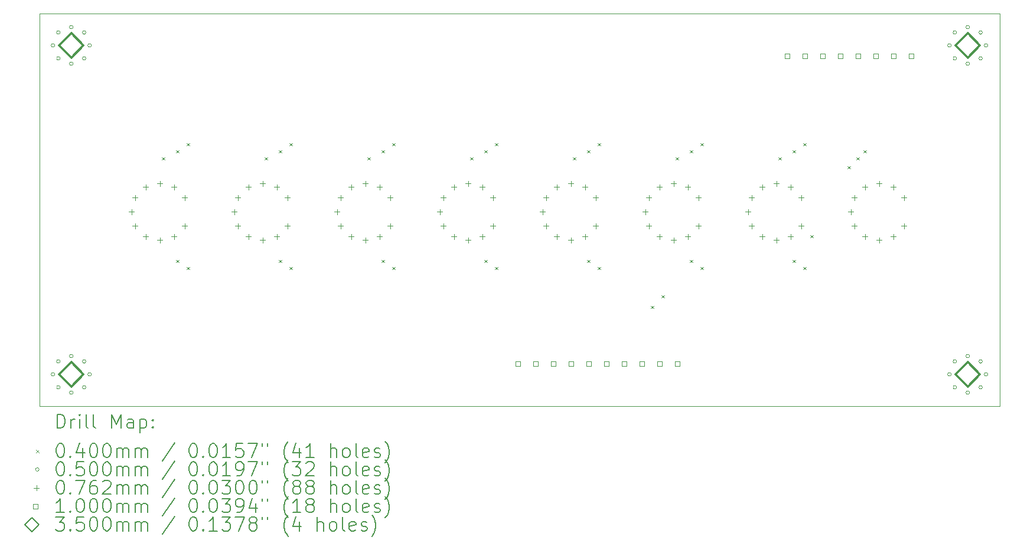
<source format=gbr>
%FSLAX45Y45*%
G04 Gerber Fmt 4.5, Leading zero omitted, Abs format (unit mm)*
G04 Created by KiCad (PCBNEW (6.0.2)) date 2022-06-24 18:37:44*
%MOMM*%
%LPD*%
G01*
G04 APERTURE LIST*
%TA.AperFunction,Profile*%
%ADD10C,0.100000*%
%TD*%
%ADD11C,0.200000*%
%ADD12C,0.040000*%
%ADD13C,0.050000*%
%ADD14C,0.076200*%
%ADD15C,0.100000*%
%ADD16C,0.350000*%
G04 APERTURE END LIST*
D10*
X6350000Y-8026400D02*
X20116800Y-8026400D01*
X20116800Y-8026400D02*
X20116800Y-13665200D01*
X20116800Y-13665200D02*
X6350000Y-13665200D01*
X6350000Y-13665200D02*
X6350000Y-8026400D01*
D11*
D12*
X8108000Y-10089200D02*
X8148000Y-10129200D01*
X8148000Y-10089200D02*
X8108000Y-10129200D01*
X8311200Y-9987600D02*
X8351200Y-10027600D01*
X8351200Y-9987600D02*
X8311200Y-10027600D01*
X8311200Y-11562400D02*
X8351200Y-11602400D01*
X8351200Y-11562400D02*
X8311200Y-11602400D01*
X8463600Y-9886000D02*
X8503600Y-9926000D01*
X8503600Y-9886000D02*
X8463600Y-9926000D01*
X8463600Y-11664000D02*
X8503600Y-11704000D01*
X8503600Y-11664000D02*
X8463600Y-11704000D01*
X9581200Y-10089200D02*
X9621200Y-10129200D01*
X9621200Y-10089200D02*
X9581200Y-10129200D01*
X9784400Y-9987600D02*
X9824400Y-10027600D01*
X9824400Y-9987600D02*
X9784400Y-10027600D01*
X9784400Y-11562400D02*
X9824400Y-11602400D01*
X9824400Y-11562400D02*
X9784400Y-11602400D01*
X9936800Y-9886000D02*
X9976800Y-9926000D01*
X9976800Y-9886000D02*
X9936800Y-9926000D01*
X9936800Y-11664000D02*
X9976800Y-11704000D01*
X9976800Y-11664000D02*
X9936800Y-11704000D01*
X11054400Y-10089200D02*
X11094400Y-10129200D01*
X11094400Y-10089200D02*
X11054400Y-10129200D01*
X11257600Y-9987600D02*
X11297600Y-10027600D01*
X11297600Y-9987600D02*
X11257600Y-10027600D01*
X11257600Y-11562400D02*
X11297600Y-11602400D01*
X11297600Y-11562400D02*
X11257600Y-11602400D01*
X11410000Y-9886000D02*
X11450000Y-9926000D01*
X11450000Y-9886000D02*
X11410000Y-9926000D01*
X11410000Y-11664000D02*
X11450000Y-11704000D01*
X11450000Y-11664000D02*
X11410000Y-11704000D01*
X12527600Y-10089200D02*
X12567600Y-10129200D01*
X12567600Y-10089200D02*
X12527600Y-10129200D01*
X12730800Y-9987600D02*
X12770800Y-10027600D01*
X12770800Y-9987600D02*
X12730800Y-10027600D01*
X12730800Y-11562400D02*
X12770800Y-11602400D01*
X12770800Y-11562400D02*
X12730800Y-11602400D01*
X12883200Y-9886000D02*
X12923200Y-9926000D01*
X12923200Y-9886000D02*
X12883200Y-9926000D01*
X12883200Y-11664000D02*
X12923200Y-11704000D01*
X12923200Y-11664000D02*
X12883200Y-11704000D01*
X14000800Y-10089200D02*
X14040800Y-10129200D01*
X14040800Y-10089200D02*
X14000800Y-10129200D01*
X14204000Y-9987600D02*
X14244000Y-10027600D01*
X14244000Y-9987600D02*
X14204000Y-10027600D01*
X14204000Y-11562400D02*
X14244000Y-11602400D01*
X14244000Y-11562400D02*
X14204000Y-11602400D01*
X14356400Y-9886000D02*
X14396400Y-9926000D01*
X14396400Y-9886000D02*
X14356400Y-9926000D01*
X14356400Y-11664000D02*
X14396400Y-11704000D01*
X14396400Y-11664000D02*
X14356400Y-11704000D01*
X15118400Y-12222800D02*
X15158400Y-12262800D01*
X15158400Y-12222800D02*
X15118400Y-12262800D01*
X15270800Y-12070400D02*
X15310800Y-12110400D01*
X15310800Y-12070400D02*
X15270800Y-12110400D01*
X15474000Y-10089200D02*
X15514000Y-10129200D01*
X15514000Y-10089200D02*
X15474000Y-10129200D01*
X15677200Y-9987600D02*
X15717200Y-10027600D01*
X15717200Y-9987600D02*
X15677200Y-10027600D01*
X15677200Y-11562400D02*
X15717200Y-11602400D01*
X15717200Y-11562400D02*
X15677200Y-11602400D01*
X15829600Y-9886000D02*
X15869600Y-9926000D01*
X15869600Y-9886000D02*
X15829600Y-9926000D01*
X15829600Y-11664000D02*
X15869600Y-11704000D01*
X15869600Y-11664000D02*
X15829600Y-11704000D01*
X16947200Y-10089200D02*
X16987200Y-10129200D01*
X16987200Y-10089200D02*
X16947200Y-10129200D01*
X17150400Y-9987600D02*
X17190400Y-10027600D01*
X17190400Y-9987600D02*
X17150400Y-10027600D01*
X17150400Y-11562400D02*
X17190400Y-11602400D01*
X17190400Y-11562400D02*
X17150400Y-11602400D01*
X17302800Y-9886000D02*
X17342800Y-9926000D01*
X17342800Y-9886000D02*
X17302800Y-9926000D01*
X17302800Y-11664000D02*
X17342800Y-11704000D01*
X17342800Y-11664000D02*
X17302800Y-11704000D01*
X17404400Y-11206800D02*
X17444400Y-11246800D01*
X17444400Y-11206800D02*
X17404400Y-11246800D01*
X17937800Y-10216200D02*
X17977800Y-10256200D01*
X17977800Y-10216200D02*
X17937800Y-10256200D01*
X18064800Y-10089200D02*
X18104800Y-10129200D01*
X18104800Y-10089200D02*
X18064800Y-10129200D01*
X18166400Y-9987600D02*
X18206400Y-10027600D01*
X18206400Y-9987600D02*
X18166400Y-10027600D01*
D13*
X6569700Y-8483600D02*
G75*
G03*
X6569700Y-8483600I-25000J0D01*
G01*
X6569700Y-13208000D02*
G75*
G03*
X6569700Y-13208000I-25000J0D01*
G01*
X6646584Y-8297984D02*
G75*
G03*
X6646584Y-8297984I-25000J0D01*
G01*
X6646584Y-8669216D02*
G75*
G03*
X6646584Y-8669216I-25000J0D01*
G01*
X6646584Y-13022384D02*
G75*
G03*
X6646584Y-13022384I-25000J0D01*
G01*
X6646584Y-13393615D02*
G75*
G03*
X6646584Y-13393615I-25000J0D01*
G01*
X6832200Y-8221100D02*
G75*
G03*
X6832200Y-8221100I-25000J0D01*
G01*
X6832200Y-8746100D02*
G75*
G03*
X6832200Y-8746100I-25000J0D01*
G01*
X6832200Y-12945500D02*
G75*
G03*
X6832200Y-12945500I-25000J0D01*
G01*
X6832200Y-13470500D02*
G75*
G03*
X6832200Y-13470500I-25000J0D01*
G01*
X7017815Y-8297984D02*
G75*
G03*
X7017815Y-8297984I-25000J0D01*
G01*
X7017815Y-8669216D02*
G75*
G03*
X7017815Y-8669216I-25000J0D01*
G01*
X7017815Y-13022384D02*
G75*
G03*
X7017815Y-13022384I-25000J0D01*
G01*
X7017815Y-13393615D02*
G75*
G03*
X7017815Y-13393615I-25000J0D01*
G01*
X7094700Y-8483600D02*
G75*
G03*
X7094700Y-8483600I-25000J0D01*
G01*
X7094700Y-13208000D02*
G75*
G03*
X7094700Y-13208000I-25000J0D01*
G01*
X19422100Y-8483600D02*
G75*
G03*
X19422100Y-8483600I-25000J0D01*
G01*
X19422100Y-13208000D02*
G75*
G03*
X19422100Y-13208000I-25000J0D01*
G01*
X19498985Y-8297984D02*
G75*
G03*
X19498985Y-8297984I-25000J0D01*
G01*
X19498985Y-8669216D02*
G75*
G03*
X19498985Y-8669216I-25000J0D01*
G01*
X19498985Y-13022384D02*
G75*
G03*
X19498985Y-13022384I-25000J0D01*
G01*
X19498985Y-13393615D02*
G75*
G03*
X19498985Y-13393615I-25000J0D01*
G01*
X19684600Y-8221100D02*
G75*
G03*
X19684600Y-8221100I-25000J0D01*
G01*
X19684600Y-8746100D02*
G75*
G03*
X19684600Y-8746100I-25000J0D01*
G01*
X19684600Y-12945500D02*
G75*
G03*
X19684600Y-12945500I-25000J0D01*
G01*
X19684600Y-13470500D02*
G75*
G03*
X19684600Y-13470500I-25000J0D01*
G01*
X19870216Y-8297984D02*
G75*
G03*
X19870216Y-8297984I-25000J0D01*
G01*
X19870216Y-8669216D02*
G75*
G03*
X19870216Y-8669216I-25000J0D01*
G01*
X19870216Y-13022384D02*
G75*
G03*
X19870216Y-13022384I-25000J0D01*
G01*
X19870216Y-13393615D02*
G75*
G03*
X19870216Y-13393615I-25000J0D01*
G01*
X19947100Y-8483600D02*
G75*
G03*
X19947100Y-8483600I-25000J0D01*
G01*
X19947100Y-13208000D02*
G75*
G03*
X19947100Y-13208000I-25000J0D01*
G01*
D14*
X7670800Y-10833100D02*
X7670800Y-10909300D01*
X7632700Y-10871200D02*
X7708900Y-10871200D01*
X7721600Y-10629900D02*
X7721600Y-10706100D01*
X7683500Y-10668000D02*
X7759700Y-10668000D01*
X7721600Y-11036300D02*
X7721600Y-11112500D01*
X7683500Y-11074400D02*
X7759700Y-11074400D01*
X7874000Y-10477500D02*
X7874000Y-10553700D01*
X7835900Y-10515600D02*
X7912100Y-10515600D01*
X7874000Y-11188700D02*
X7874000Y-11264900D01*
X7835900Y-11226800D02*
X7912100Y-11226800D01*
X8077200Y-10426700D02*
X8077200Y-10502900D01*
X8039100Y-10464800D02*
X8115300Y-10464800D01*
X8077200Y-11239500D02*
X8077200Y-11315700D01*
X8039100Y-11277600D02*
X8115300Y-11277600D01*
X8280400Y-10477500D02*
X8280400Y-10553700D01*
X8242300Y-10515600D02*
X8318500Y-10515600D01*
X8280400Y-11188700D02*
X8280400Y-11264900D01*
X8242300Y-11226800D02*
X8318500Y-11226800D01*
X8432800Y-10629900D02*
X8432800Y-10706100D01*
X8394700Y-10668000D02*
X8470900Y-10668000D01*
X8432800Y-11036300D02*
X8432800Y-11112500D01*
X8394700Y-11074400D02*
X8470900Y-11074400D01*
X9144000Y-10833100D02*
X9144000Y-10909300D01*
X9105900Y-10871200D02*
X9182100Y-10871200D01*
X9194800Y-10629900D02*
X9194800Y-10706100D01*
X9156700Y-10668000D02*
X9232900Y-10668000D01*
X9194800Y-11036300D02*
X9194800Y-11112500D01*
X9156700Y-11074400D02*
X9232900Y-11074400D01*
X9347200Y-10477500D02*
X9347200Y-10553700D01*
X9309100Y-10515600D02*
X9385300Y-10515600D01*
X9347200Y-11188700D02*
X9347200Y-11264900D01*
X9309100Y-11226800D02*
X9385300Y-11226800D01*
X9550400Y-10426700D02*
X9550400Y-10502900D01*
X9512300Y-10464800D02*
X9588500Y-10464800D01*
X9550400Y-11239500D02*
X9550400Y-11315700D01*
X9512300Y-11277600D02*
X9588500Y-11277600D01*
X9753600Y-10477500D02*
X9753600Y-10553700D01*
X9715500Y-10515600D02*
X9791700Y-10515600D01*
X9753600Y-11188700D02*
X9753600Y-11264900D01*
X9715500Y-11226800D02*
X9791700Y-11226800D01*
X9906000Y-10629900D02*
X9906000Y-10706100D01*
X9867900Y-10668000D02*
X9944100Y-10668000D01*
X9906000Y-11036300D02*
X9906000Y-11112500D01*
X9867900Y-11074400D02*
X9944100Y-11074400D01*
X10617200Y-10833100D02*
X10617200Y-10909300D01*
X10579100Y-10871200D02*
X10655300Y-10871200D01*
X10668000Y-10629900D02*
X10668000Y-10706100D01*
X10629900Y-10668000D02*
X10706100Y-10668000D01*
X10668000Y-11036300D02*
X10668000Y-11112500D01*
X10629900Y-11074400D02*
X10706100Y-11074400D01*
X10820400Y-10477500D02*
X10820400Y-10553700D01*
X10782300Y-10515600D02*
X10858500Y-10515600D01*
X10820400Y-11188700D02*
X10820400Y-11264900D01*
X10782300Y-11226800D02*
X10858500Y-11226800D01*
X11023600Y-10426700D02*
X11023600Y-10502900D01*
X10985500Y-10464800D02*
X11061700Y-10464800D01*
X11023600Y-11239500D02*
X11023600Y-11315700D01*
X10985500Y-11277600D02*
X11061700Y-11277600D01*
X11226800Y-10477500D02*
X11226800Y-10553700D01*
X11188700Y-10515600D02*
X11264900Y-10515600D01*
X11226800Y-11188700D02*
X11226800Y-11264900D01*
X11188700Y-11226800D02*
X11264900Y-11226800D01*
X11379200Y-10629900D02*
X11379200Y-10706100D01*
X11341100Y-10668000D02*
X11417300Y-10668000D01*
X11379200Y-11036300D02*
X11379200Y-11112500D01*
X11341100Y-11074400D02*
X11417300Y-11074400D01*
X12090400Y-10833100D02*
X12090400Y-10909300D01*
X12052300Y-10871200D02*
X12128500Y-10871200D01*
X12141200Y-10629900D02*
X12141200Y-10706100D01*
X12103100Y-10668000D02*
X12179300Y-10668000D01*
X12141200Y-11036300D02*
X12141200Y-11112500D01*
X12103100Y-11074400D02*
X12179300Y-11074400D01*
X12293600Y-10477500D02*
X12293600Y-10553700D01*
X12255500Y-10515600D02*
X12331700Y-10515600D01*
X12293600Y-11188700D02*
X12293600Y-11264900D01*
X12255500Y-11226800D02*
X12331700Y-11226800D01*
X12496800Y-10426700D02*
X12496800Y-10502900D01*
X12458700Y-10464800D02*
X12534900Y-10464800D01*
X12496800Y-11239500D02*
X12496800Y-11315700D01*
X12458700Y-11277600D02*
X12534900Y-11277600D01*
X12700000Y-10477500D02*
X12700000Y-10553700D01*
X12661900Y-10515600D02*
X12738100Y-10515600D01*
X12700000Y-11188700D02*
X12700000Y-11264900D01*
X12661900Y-11226800D02*
X12738100Y-11226800D01*
X12852400Y-10629900D02*
X12852400Y-10706100D01*
X12814300Y-10668000D02*
X12890500Y-10668000D01*
X12852400Y-11036300D02*
X12852400Y-11112500D01*
X12814300Y-11074400D02*
X12890500Y-11074400D01*
X13563600Y-10833100D02*
X13563600Y-10909300D01*
X13525500Y-10871200D02*
X13601700Y-10871200D01*
X13614400Y-10629900D02*
X13614400Y-10706100D01*
X13576300Y-10668000D02*
X13652500Y-10668000D01*
X13614400Y-11036300D02*
X13614400Y-11112500D01*
X13576300Y-11074400D02*
X13652500Y-11074400D01*
X13766800Y-10477500D02*
X13766800Y-10553700D01*
X13728700Y-10515600D02*
X13804900Y-10515600D01*
X13766800Y-11188700D02*
X13766800Y-11264900D01*
X13728700Y-11226800D02*
X13804900Y-11226800D01*
X13970000Y-10426700D02*
X13970000Y-10502900D01*
X13931900Y-10464800D02*
X14008100Y-10464800D01*
X13970000Y-11239500D02*
X13970000Y-11315700D01*
X13931900Y-11277600D02*
X14008100Y-11277600D01*
X14173200Y-10477500D02*
X14173200Y-10553700D01*
X14135100Y-10515600D02*
X14211300Y-10515600D01*
X14173200Y-11188700D02*
X14173200Y-11264900D01*
X14135100Y-11226800D02*
X14211300Y-11226800D01*
X14325600Y-10629900D02*
X14325600Y-10706100D01*
X14287500Y-10668000D02*
X14363700Y-10668000D01*
X14325600Y-11036300D02*
X14325600Y-11112500D01*
X14287500Y-11074400D02*
X14363700Y-11074400D01*
X15036800Y-10833100D02*
X15036800Y-10909300D01*
X14998700Y-10871200D02*
X15074900Y-10871200D01*
X15087600Y-10629900D02*
X15087600Y-10706100D01*
X15049500Y-10668000D02*
X15125700Y-10668000D01*
X15087600Y-11036300D02*
X15087600Y-11112500D01*
X15049500Y-11074400D02*
X15125700Y-11074400D01*
X15240000Y-10477500D02*
X15240000Y-10553700D01*
X15201900Y-10515600D02*
X15278100Y-10515600D01*
X15240000Y-11188700D02*
X15240000Y-11264900D01*
X15201900Y-11226800D02*
X15278100Y-11226800D01*
X15443200Y-10426700D02*
X15443200Y-10502900D01*
X15405100Y-10464800D02*
X15481300Y-10464800D01*
X15443200Y-11239500D02*
X15443200Y-11315700D01*
X15405100Y-11277600D02*
X15481300Y-11277600D01*
X15646400Y-10477500D02*
X15646400Y-10553700D01*
X15608300Y-10515600D02*
X15684500Y-10515600D01*
X15646400Y-11188700D02*
X15646400Y-11264900D01*
X15608300Y-11226800D02*
X15684500Y-11226800D01*
X15798800Y-10629900D02*
X15798800Y-10706100D01*
X15760700Y-10668000D02*
X15836900Y-10668000D01*
X15798800Y-11036300D02*
X15798800Y-11112500D01*
X15760700Y-11074400D02*
X15836900Y-11074400D01*
X16510000Y-10833100D02*
X16510000Y-10909300D01*
X16471900Y-10871200D02*
X16548100Y-10871200D01*
X16560800Y-10629900D02*
X16560800Y-10706100D01*
X16522700Y-10668000D02*
X16598900Y-10668000D01*
X16560800Y-11036300D02*
X16560800Y-11112500D01*
X16522700Y-11074400D02*
X16598900Y-11074400D01*
X16713200Y-10477500D02*
X16713200Y-10553700D01*
X16675100Y-10515600D02*
X16751300Y-10515600D01*
X16713200Y-11188700D02*
X16713200Y-11264900D01*
X16675100Y-11226800D02*
X16751300Y-11226800D01*
X16916400Y-10426700D02*
X16916400Y-10502900D01*
X16878300Y-10464800D02*
X16954500Y-10464800D01*
X16916400Y-11239500D02*
X16916400Y-11315700D01*
X16878300Y-11277600D02*
X16954500Y-11277600D01*
X17119600Y-10477500D02*
X17119600Y-10553700D01*
X17081500Y-10515600D02*
X17157700Y-10515600D01*
X17119600Y-11188700D02*
X17119600Y-11264900D01*
X17081500Y-11226800D02*
X17157700Y-11226800D01*
X17272000Y-10629900D02*
X17272000Y-10706100D01*
X17233900Y-10668000D02*
X17310100Y-10668000D01*
X17272000Y-11036300D02*
X17272000Y-11112500D01*
X17233900Y-11074400D02*
X17310100Y-11074400D01*
X17983200Y-10833100D02*
X17983200Y-10909300D01*
X17945100Y-10871200D02*
X18021300Y-10871200D01*
X18034000Y-10629900D02*
X18034000Y-10706100D01*
X17995900Y-10668000D02*
X18072100Y-10668000D01*
X18034000Y-11036300D02*
X18034000Y-11112500D01*
X17995900Y-11074400D02*
X18072100Y-11074400D01*
X18186400Y-10477500D02*
X18186400Y-10553700D01*
X18148300Y-10515600D02*
X18224500Y-10515600D01*
X18186400Y-11188700D02*
X18186400Y-11264900D01*
X18148300Y-11226800D02*
X18224500Y-11226800D01*
X18389600Y-10426700D02*
X18389600Y-10502900D01*
X18351500Y-10464800D02*
X18427700Y-10464800D01*
X18389600Y-11239500D02*
X18389600Y-11315700D01*
X18351500Y-11277600D02*
X18427700Y-11277600D01*
X18592800Y-10477500D02*
X18592800Y-10553700D01*
X18554700Y-10515600D02*
X18630900Y-10515600D01*
X18592800Y-11188700D02*
X18592800Y-11264900D01*
X18554700Y-11226800D02*
X18630900Y-11226800D01*
X18745200Y-10629900D02*
X18745200Y-10706100D01*
X18707100Y-10668000D02*
X18783300Y-10668000D01*
X18745200Y-11036300D02*
X18745200Y-11112500D01*
X18707100Y-11074400D02*
X18783300Y-11074400D01*
D15*
X13243356Y-13090956D02*
X13243356Y-13020244D01*
X13172644Y-13020244D01*
X13172644Y-13090956D01*
X13243356Y-13090956D01*
X13497356Y-13090956D02*
X13497356Y-13020244D01*
X13426644Y-13020244D01*
X13426644Y-13090956D01*
X13497356Y-13090956D01*
X13751356Y-13090956D02*
X13751356Y-13020244D01*
X13680644Y-13020244D01*
X13680644Y-13090956D01*
X13751356Y-13090956D01*
X14005356Y-13090956D02*
X14005356Y-13020244D01*
X13934644Y-13020244D01*
X13934644Y-13090956D01*
X14005356Y-13090956D01*
X14259356Y-13090956D02*
X14259356Y-13020244D01*
X14188644Y-13020244D01*
X14188644Y-13090956D01*
X14259356Y-13090956D01*
X14513356Y-13090956D02*
X14513356Y-13020244D01*
X14442644Y-13020244D01*
X14442644Y-13090956D01*
X14513356Y-13090956D01*
X14767356Y-13090956D02*
X14767356Y-13020244D01*
X14696644Y-13020244D01*
X14696644Y-13090956D01*
X14767356Y-13090956D01*
X15021356Y-13090956D02*
X15021356Y-13020244D01*
X14950644Y-13020244D01*
X14950644Y-13090956D01*
X15021356Y-13090956D01*
X15275356Y-13090956D02*
X15275356Y-13020244D01*
X15204644Y-13020244D01*
X15204644Y-13090956D01*
X15275356Y-13090956D01*
X15529356Y-13090956D02*
X15529356Y-13020244D01*
X15458644Y-13020244D01*
X15458644Y-13090956D01*
X15529356Y-13090956D01*
X17104156Y-8671356D02*
X17104156Y-8600644D01*
X17033444Y-8600644D01*
X17033444Y-8671356D01*
X17104156Y-8671356D01*
X17358156Y-8671356D02*
X17358156Y-8600644D01*
X17287444Y-8600644D01*
X17287444Y-8671356D01*
X17358156Y-8671356D01*
X17612156Y-8671356D02*
X17612156Y-8600644D01*
X17541444Y-8600644D01*
X17541444Y-8671356D01*
X17612156Y-8671356D01*
X17866156Y-8671356D02*
X17866156Y-8600644D01*
X17795444Y-8600644D01*
X17795444Y-8671356D01*
X17866156Y-8671356D01*
X18120156Y-8671356D02*
X18120156Y-8600644D01*
X18049444Y-8600644D01*
X18049444Y-8671356D01*
X18120156Y-8671356D01*
X18374156Y-8671356D02*
X18374156Y-8600644D01*
X18303444Y-8600644D01*
X18303444Y-8671356D01*
X18374156Y-8671356D01*
X18628156Y-8671356D02*
X18628156Y-8600644D01*
X18557444Y-8600644D01*
X18557444Y-8671356D01*
X18628156Y-8671356D01*
X18882156Y-8671356D02*
X18882156Y-8600644D01*
X18811444Y-8600644D01*
X18811444Y-8671356D01*
X18882156Y-8671356D01*
D16*
X6807200Y-8658600D02*
X6982200Y-8483600D01*
X6807200Y-8308600D01*
X6632200Y-8483600D01*
X6807200Y-8658600D01*
X6807200Y-13383000D02*
X6982200Y-13208000D01*
X6807200Y-13033000D01*
X6632200Y-13208000D01*
X6807200Y-13383000D01*
X19659600Y-8658600D02*
X19834600Y-8483600D01*
X19659600Y-8308600D01*
X19484600Y-8483600D01*
X19659600Y-8658600D01*
X19659600Y-13383000D02*
X19834600Y-13208000D01*
X19659600Y-13033000D01*
X19484600Y-13208000D01*
X19659600Y-13383000D01*
D11*
X6602619Y-13980676D02*
X6602619Y-13780676D01*
X6650238Y-13780676D01*
X6678809Y-13790200D01*
X6697857Y-13809248D01*
X6707381Y-13828295D01*
X6716905Y-13866390D01*
X6716905Y-13894962D01*
X6707381Y-13933057D01*
X6697857Y-13952105D01*
X6678809Y-13971152D01*
X6650238Y-13980676D01*
X6602619Y-13980676D01*
X6802619Y-13980676D02*
X6802619Y-13847343D01*
X6802619Y-13885438D02*
X6812143Y-13866390D01*
X6821667Y-13856867D01*
X6840714Y-13847343D01*
X6859762Y-13847343D01*
X6926428Y-13980676D02*
X6926428Y-13847343D01*
X6926428Y-13780676D02*
X6916905Y-13790200D01*
X6926428Y-13799724D01*
X6935952Y-13790200D01*
X6926428Y-13780676D01*
X6926428Y-13799724D01*
X7050238Y-13980676D02*
X7031190Y-13971152D01*
X7021667Y-13952105D01*
X7021667Y-13780676D01*
X7155000Y-13980676D02*
X7135952Y-13971152D01*
X7126428Y-13952105D01*
X7126428Y-13780676D01*
X7383571Y-13980676D02*
X7383571Y-13780676D01*
X7450238Y-13923533D01*
X7516905Y-13780676D01*
X7516905Y-13980676D01*
X7697857Y-13980676D02*
X7697857Y-13875914D01*
X7688333Y-13856867D01*
X7669286Y-13847343D01*
X7631190Y-13847343D01*
X7612143Y-13856867D01*
X7697857Y-13971152D02*
X7678809Y-13980676D01*
X7631190Y-13980676D01*
X7612143Y-13971152D01*
X7602619Y-13952105D01*
X7602619Y-13933057D01*
X7612143Y-13914009D01*
X7631190Y-13904486D01*
X7678809Y-13904486D01*
X7697857Y-13894962D01*
X7793095Y-13847343D02*
X7793095Y-14047343D01*
X7793095Y-13856867D02*
X7812143Y-13847343D01*
X7850238Y-13847343D01*
X7869286Y-13856867D01*
X7878809Y-13866390D01*
X7888333Y-13885438D01*
X7888333Y-13942581D01*
X7878809Y-13961628D01*
X7869286Y-13971152D01*
X7850238Y-13980676D01*
X7812143Y-13980676D01*
X7793095Y-13971152D01*
X7974048Y-13961628D02*
X7983571Y-13971152D01*
X7974048Y-13980676D01*
X7964524Y-13971152D01*
X7974048Y-13961628D01*
X7974048Y-13980676D01*
X7974048Y-13856867D02*
X7983571Y-13866390D01*
X7974048Y-13875914D01*
X7964524Y-13866390D01*
X7974048Y-13856867D01*
X7974048Y-13875914D01*
D12*
X6305000Y-14290200D02*
X6345000Y-14330200D01*
X6345000Y-14290200D02*
X6305000Y-14330200D01*
D11*
X6640714Y-14200676D02*
X6659762Y-14200676D01*
X6678809Y-14210200D01*
X6688333Y-14219724D01*
X6697857Y-14238771D01*
X6707381Y-14276867D01*
X6707381Y-14324486D01*
X6697857Y-14362581D01*
X6688333Y-14381628D01*
X6678809Y-14391152D01*
X6659762Y-14400676D01*
X6640714Y-14400676D01*
X6621667Y-14391152D01*
X6612143Y-14381628D01*
X6602619Y-14362581D01*
X6593095Y-14324486D01*
X6593095Y-14276867D01*
X6602619Y-14238771D01*
X6612143Y-14219724D01*
X6621667Y-14210200D01*
X6640714Y-14200676D01*
X6793095Y-14381628D02*
X6802619Y-14391152D01*
X6793095Y-14400676D01*
X6783571Y-14391152D01*
X6793095Y-14381628D01*
X6793095Y-14400676D01*
X6974048Y-14267343D02*
X6974048Y-14400676D01*
X6926428Y-14191152D02*
X6878809Y-14334009D01*
X7002619Y-14334009D01*
X7116905Y-14200676D02*
X7135952Y-14200676D01*
X7155000Y-14210200D01*
X7164524Y-14219724D01*
X7174048Y-14238771D01*
X7183571Y-14276867D01*
X7183571Y-14324486D01*
X7174048Y-14362581D01*
X7164524Y-14381628D01*
X7155000Y-14391152D01*
X7135952Y-14400676D01*
X7116905Y-14400676D01*
X7097857Y-14391152D01*
X7088333Y-14381628D01*
X7078809Y-14362581D01*
X7069286Y-14324486D01*
X7069286Y-14276867D01*
X7078809Y-14238771D01*
X7088333Y-14219724D01*
X7097857Y-14210200D01*
X7116905Y-14200676D01*
X7307381Y-14200676D02*
X7326428Y-14200676D01*
X7345476Y-14210200D01*
X7355000Y-14219724D01*
X7364524Y-14238771D01*
X7374048Y-14276867D01*
X7374048Y-14324486D01*
X7364524Y-14362581D01*
X7355000Y-14381628D01*
X7345476Y-14391152D01*
X7326428Y-14400676D01*
X7307381Y-14400676D01*
X7288333Y-14391152D01*
X7278809Y-14381628D01*
X7269286Y-14362581D01*
X7259762Y-14324486D01*
X7259762Y-14276867D01*
X7269286Y-14238771D01*
X7278809Y-14219724D01*
X7288333Y-14210200D01*
X7307381Y-14200676D01*
X7459762Y-14400676D02*
X7459762Y-14267343D01*
X7459762Y-14286390D02*
X7469286Y-14276867D01*
X7488333Y-14267343D01*
X7516905Y-14267343D01*
X7535952Y-14276867D01*
X7545476Y-14295914D01*
X7545476Y-14400676D01*
X7545476Y-14295914D02*
X7555000Y-14276867D01*
X7574048Y-14267343D01*
X7602619Y-14267343D01*
X7621667Y-14276867D01*
X7631190Y-14295914D01*
X7631190Y-14400676D01*
X7726428Y-14400676D02*
X7726428Y-14267343D01*
X7726428Y-14286390D02*
X7735952Y-14276867D01*
X7755000Y-14267343D01*
X7783571Y-14267343D01*
X7802619Y-14276867D01*
X7812143Y-14295914D01*
X7812143Y-14400676D01*
X7812143Y-14295914D02*
X7821667Y-14276867D01*
X7840714Y-14267343D01*
X7869286Y-14267343D01*
X7888333Y-14276867D01*
X7897857Y-14295914D01*
X7897857Y-14400676D01*
X8288333Y-14191152D02*
X8116905Y-14448295D01*
X8545476Y-14200676D02*
X8564524Y-14200676D01*
X8583571Y-14210200D01*
X8593095Y-14219724D01*
X8602619Y-14238771D01*
X8612143Y-14276867D01*
X8612143Y-14324486D01*
X8602619Y-14362581D01*
X8593095Y-14381628D01*
X8583571Y-14391152D01*
X8564524Y-14400676D01*
X8545476Y-14400676D01*
X8526429Y-14391152D01*
X8516905Y-14381628D01*
X8507381Y-14362581D01*
X8497857Y-14324486D01*
X8497857Y-14276867D01*
X8507381Y-14238771D01*
X8516905Y-14219724D01*
X8526429Y-14210200D01*
X8545476Y-14200676D01*
X8697857Y-14381628D02*
X8707381Y-14391152D01*
X8697857Y-14400676D01*
X8688333Y-14391152D01*
X8697857Y-14381628D01*
X8697857Y-14400676D01*
X8831190Y-14200676D02*
X8850238Y-14200676D01*
X8869286Y-14210200D01*
X8878810Y-14219724D01*
X8888333Y-14238771D01*
X8897857Y-14276867D01*
X8897857Y-14324486D01*
X8888333Y-14362581D01*
X8878810Y-14381628D01*
X8869286Y-14391152D01*
X8850238Y-14400676D01*
X8831190Y-14400676D01*
X8812143Y-14391152D01*
X8802619Y-14381628D01*
X8793095Y-14362581D01*
X8783571Y-14324486D01*
X8783571Y-14276867D01*
X8793095Y-14238771D01*
X8802619Y-14219724D01*
X8812143Y-14210200D01*
X8831190Y-14200676D01*
X9088333Y-14400676D02*
X8974048Y-14400676D01*
X9031190Y-14400676D02*
X9031190Y-14200676D01*
X9012143Y-14229248D01*
X8993095Y-14248295D01*
X8974048Y-14257819D01*
X9269286Y-14200676D02*
X9174048Y-14200676D01*
X9164524Y-14295914D01*
X9174048Y-14286390D01*
X9193095Y-14276867D01*
X9240714Y-14276867D01*
X9259762Y-14286390D01*
X9269286Y-14295914D01*
X9278810Y-14314962D01*
X9278810Y-14362581D01*
X9269286Y-14381628D01*
X9259762Y-14391152D01*
X9240714Y-14400676D01*
X9193095Y-14400676D01*
X9174048Y-14391152D01*
X9164524Y-14381628D01*
X9345476Y-14200676D02*
X9478810Y-14200676D01*
X9393095Y-14400676D01*
X9545476Y-14200676D02*
X9545476Y-14238771D01*
X9621667Y-14200676D02*
X9621667Y-14238771D01*
X9916905Y-14476867D02*
X9907381Y-14467343D01*
X9888333Y-14438771D01*
X9878810Y-14419724D01*
X9869286Y-14391152D01*
X9859762Y-14343533D01*
X9859762Y-14305438D01*
X9869286Y-14257819D01*
X9878810Y-14229248D01*
X9888333Y-14210200D01*
X9907381Y-14181628D01*
X9916905Y-14172105D01*
X10078810Y-14267343D02*
X10078810Y-14400676D01*
X10031190Y-14191152D02*
X9983571Y-14334009D01*
X10107381Y-14334009D01*
X10288333Y-14400676D02*
X10174048Y-14400676D01*
X10231190Y-14400676D02*
X10231190Y-14200676D01*
X10212143Y-14229248D01*
X10193095Y-14248295D01*
X10174048Y-14257819D01*
X10526429Y-14400676D02*
X10526429Y-14200676D01*
X10612143Y-14400676D02*
X10612143Y-14295914D01*
X10602619Y-14276867D01*
X10583571Y-14267343D01*
X10555000Y-14267343D01*
X10535952Y-14276867D01*
X10526429Y-14286390D01*
X10735952Y-14400676D02*
X10716905Y-14391152D01*
X10707381Y-14381628D01*
X10697857Y-14362581D01*
X10697857Y-14305438D01*
X10707381Y-14286390D01*
X10716905Y-14276867D01*
X10735952Y-14267343D01*
X10764524Y-14267343D01*
X10783571Y-14276867D01*
X10793095Y-14286390D01*
X10802619Y-14305438D01*
X10802619Y-14362581D01*
X10793095Y-14381628D01*
X10783571Y-14391152D01*
X10764524Y-14400676D01*
X10735952Y-14400676D01*
X10916905Y-14400676D02*
X10897857Y-14391152D01*
X10888333Y-14372105D01*
X10888333Y-14200676D01*
X11069286Y-14391152D02*
X11050238Y-14400676D01*
X11012143Y-14400676D01*
X10993095Y-14391152D01*
X10983571Y-14372105D01*
X10983571Y-14295914D01*
X10993095Y-14276867D01*
X11012143Y-14267343D01*
X11050238Y-14267343D01*
X11069286Y-14276867D01*
X11078810Y-14295914D01*
X11078810Y-14314962D01*
X10983571Y-14334009D01*
X11155000Y-14391152D02*
X11174048Y-14400676D01*
X11212143Y-14400676D01*
X11231190Y-14391152D01*
X11240714Y-14372105D01*
X11240714Y-14362581D01*
X11231190Y-14343533D01*
X11212143Y-14334009D01*
X11183571Y-14334009D01*
X11164524Y-14324486D01*
X11155000Y-14305438D01*
X11155000Y-14295914D01*
X11164524Y-14276867D01*
X11183571Y-14267343D01*
X11212143Y-14267343D01*
X11231190Y-14276867D01*
X11307381Y-14476867D02*
X11316905Y-14467343D01*
X11335952Y-14438771D01*
X11345476Y-14419724D01*
X11355000Y-14391152D01*
X11364524Y-14343533D01*
X11364524Y-14305438D01*
X11355000Y-14257819D01*
X11345476Y-14229248D01*
X11335952Y-14210200D01*
X11316905Y-14181628D01*
X11307381Y-14172105D01*
D13*
X6345000Y-14574200D02*
G75*
G03*
X6345000Y-14574200I-25000J0D01*
G01*
D11*
X6640714Y-14464676D02*
X6659762Y-14464676D01*
X6678809Y-14474200D01*
X6688333Y-14483724D01*
X6697857Y-14502771D01*
X6707381Y-14540867D01*
X6707381Y-14588486D01*
X6697857Y-14626581D01*
X6688333Y-14645628D01*
X6678809Y-14655152D01*
X6659762Y-14664676D01*
X6640714Y-14664676D01*
X6621667Y-14655152D01*
X6612143Y-14645628D01*
X6602619Y-14626581D01*
X6593095Y-14588486D01*
X6593095Y-14540867D01*
X6602619Y-14502771D01*
X6612143Y-14483724D01*
X6621667Y-14474200D01*
X6640714Y-14464676D01*
X6793095Y-14645628D02*
X6802619Y-14655152D01*
X6793095Y-14664676D01*
X6783571Y-14655152D01*
X6793095Y-14645628D01*
X6793095Y-14664676D01*
X6983571Y-14464676D02*
X6888333Y-14464676D01*
X6878809Y-14559914D01*
X6888333Y-14550390D01*
X6907381Y-14540867D01*
X6955000Y-14540867D01*
X6974048Y-14550390D01*
X6983571Y-14559914D01*
X6993095Y-14578962D01*
X6993095Y-14626581D01*
X6983571Y-14645628D01*
X6974048Y-14655152D01*
X6955000Y-14664676D01*
X6907381Y-14664676D01*
X6888333Y-14655152D01*
X6878809Y-14645628D01*
X7116905Y-14464676D02*
X7135952Y-14464676D01*
X7155000Y-14474200D01*
X7164524Y-14483724D01*
X7174048Y-14502771D01*
X7183571Y-14540867D01*
X7183571Y-14588486D01*
X7174048Y-14626581D01*
X7164524Y-14645628D01*
X7155000Y-14655152D01*
X7135952Y-14664676D01*
X7116905Y-14664676D01*
X7097857Y-14655152D01*
X7088333Y-14645628D01*
X7078809Y-14626581D01*
X7069286Y-14588486D01*
X7069286Y-14540867D01*
X7078809Y-14502771D01*
X7088333Y-14483724D01*
X7097857Y-14474200D01*
X7116905Y-14464676D01*
X7307381Y-14464676D02*
X7326428Y-14464676D01*
X7345476Y-14474200D01*
X7355000Y-14483724D01*
X7364524Y-14502771D01*
X7374048Y-14540867D01*
X7374048Y-14588486D01*
X7364524Y-14626581D01*
X7355000Y-14645628D01*
X7345476Y-14655152D01*
X7326428Y-14664676D01*
X7307381Y-14664676D01*
X7288333Y-14655152D01*
X7278809Y-14645628D01*
X7269286Y-14626581D01*
X7259762Y-14588486D01*
X7259762Y-14540867D01*
X7269286Y-14502771D01*
X7278809Y-14483724D01*
X7288333Y-14474200D01*
X7307381Y-14464676D01*
X7459762Y-14664676D02*
X7459762Y-14531343D01*
X7459762Y-14550390D02*
X7469286Y-14540867D01*
X7488333Y-14531343D01*
X7516905Y-14531343D01*
X7535952Y-14540867D01*
X7545476Y-14559914D01*
X7545476Y-14664676D01*
X7545476Y-14559914D02*
X7555000Y-14540867D01*
X7574048Y-14531343D01*
X7602619Y-14531343D01*
X7621667Y-14540867D01*
X7631190Y-14559914D01*
X7631190Y-14664676D01*
X7726428Y-14664676D02*
X7726428Y-14531343D01*
X7726428Y-14550390D02*
X7735952Y-14540867D01*
X7755000Y-14531343D01*
X7783571Y-14531343D01*
X7802619Y-14540867D01*
X7812143Y-14559914D01*
X7812143Y-14664676D01*
X7812143Y-14559914D02*
X7821667Y-14540867D01*
X7840714Y-14531343D01*
X7869286Y-14531343D01*
X7888333Y-14540867D01*
X7897857Y-14559914D01*
X7897857Y-14664676D01*
X8288333Y-14455152D02*
X8116905Y-14712295D01*
X8545476Y-14464676D02*
X8564524Y-14464676D01*
X8583571Y-14474200D01*
X8593095Y-14483724D01*
X8602619Y-14502771D01*
X8612143Y-14540867D01*
X8612143Y-14588486D01*
X8602619Y-14626581D01*
X8593095Y-14645628D01*
X8583571Y-14655152D01*
X8564524Y-14664676D01*
X8545476Y-14664676D01*
X8526429Y-14655152D01*
X8516905Y-14645628D01*
X8507381Y-14626581D01*
X8497857Y-14588486D01*
X8497857Y-14540867D01*
X8507381Y-14502771D01*
X8516905Y-14483724D01*
X8526429Y-14474200D01*
X8545476Y-14464676D01*
X8697857Y-14645628D02*
X8707381Y-14655152D01*
X8697857Y-14664676D01*
X8688333Y-14655152D01*
X8697857Y-14645628D01*
X8697857Y-14664676D01*
X8831190Y-14464676D02*
X8850238Y-14464676D01*
X8869286Y-14474200D01*
X8878810Y-14483724D01*
X8888333Y-14502771D01*
X8897857Y-14540867D01*
X8897857Y-14588486D01*
X8888333Y-14626581D01*
X8878810Y-14645628D01*
X8869286Y-14655152D01*
X8850238Y-14664676D01*
X8831190Y-14664676D01*
X8812143Y-14655152D01*
X8802619Y-14645628D01*
X8793095Y-14626581D01*
X8783571Y-14588486D01*
X8783571Y-14540867D01*
X8793095Y-14502771D01*
X8802619Y-14483724D01*
X8812143Y-14474200D01*
X8831190Y-14464676D01*
X9088333Y-14664676D02*
X8974048Y-14664676D01*
X9031190Y-14664676D02*
X9031190Y-14464676D01*
X9012143Y-14493248D01*
X8993095Y-14512295D01*
X8974048Y-14521819D01*
X9183571Y-14664676D02*
X9221667Y-14664676D01*
X9240714Y-14655152D01*
X9250238Y-14645628D01*
X9269286Y-14617057D01*
X9278810Y-14578962D01*
X9278810Y-14502771D01*
X9269286Y-14483724D01*
X9259762Y-14474200D01*
X9240714Y-14464676D01*
X9202619Y-14464676D01*
X9183571Y-14474200D01*
X9174048Y-14483724D01*
X9164524Y-14502771D01*
X9164524Y-14550390D01*
X9174048Y-14569438D01*
X9183571Y-14578962D01*
X9202619Y-14588486D01*
X9240714Y-14588486D01*
X9259762Y-14578962D01*
X9269286Y-14569438D01*
X9278810Y-14550390D01*
X9345476Y-14464676D02*
X9478810Y-14464676D01*
X9393095Y-14664676D01*
X9545476Y-14464676D02*
X9545476Y-14502771D01*
X9621667Y-14464676D02*
X9621667Y-14502771D01*
X9916905Y-14740867D02*
X9907381Y-14731343D01*
X9888333Y-14702771D01*
X9878810Y-14683724D01*
X9869286Y-14655152D01*
X9859762Y-14607533D01*
X9859762Y-14569438D01*
X9869286Y-14521819D01*
X9878810Y-14493248D01*
X9888333Y-14474200D01*
X9907381Y-14445628D01*
X9916905Y-14436105D01*
X9974048Y-14464676D02*
X10097857Y-14464676D01*
X10031190Y-14540867D01*
X10059762Y-14540867D01*
X10078810Y-14550390D01*
X10088333Y-14559914D01*
X10097857Y-14578962D01*
X10097857Y-14626581D01*
X10088333Y-14645628D01*
X10078810Y-14655152D01*
X10059762Y-14664676D01*
X10002619Y-14664676D01*
X9983571Y-14655152D01*
X9974048Y-14645628D01*
X10174048Y-14483724D02*
X10183571Y-14474200D01*
X10202619Y-14464676D01*
X10250238Y-14464676D01*
X10269286Y-14474200D01*
X10278810Y-14483724D01*
X10288333Y-14502771D01*
X10288333Y-14521819D01*
X10278810Y-14550390D01*
X10164524Y-14664676D01*
X10288333Y-14664676D01*
X10526429Y-14664676D02*
X10526429Y-14464676D01*
X10612143Y-14664676D02*
X10612143Y-14559914D01*
X10602619Y-14540867D01*
X10583571Y-14531343D01*
X10555000Y-14531343D01*
X10535952Y-14540867D01*
X10526429Y-14550390D01*
X10735952Y-14664676D02*
X10716905Y-14655152D01*
X10707381Y-14645628D01*
X10697857Y-14626581D01*
X10697857Y-14569438D01*
X10707381Y-14550390D01*
X10716905Y-14540867D01*
X10735952Y-14531343D01*
X10764524Y-14531343D01*
X10783571Y-14540867D01*
X10793095Y-14550390D01*
X10802619Y-14569438D01*
X10802619Y-14626581D01*
X10793095Y-14645628D01*
X10783571Y-14655152D01*
X10764524Y-14664676D01*
X10735952Y-14664676D01*
X10916905Y-14664676D02*
X10897857Y-14655152D01*
X10888333Y-14636105D01*
X10888333Y-14464676D01*
X11069286Y-14655152D02*
X11050238Y-14664676D01*
X11012143Y-14664676D01*
X10993095Y-14655152D01*
X10983571Y-14636105D01*
X10983571Y-14559914D01*
X10993095Y-14540867D01*
X11012143Y-14531343D01*
X11050238Y-14531343D01*
X11069286Y-14540867D01*
X11078810Y-14559914D01*
X11078810Y-14578962D01*
X10983571Y-14598009D01*
X11155000Y-14655152D02*
X11174048Y-14664676D01*
X11212143Y-14664676D01*
X11231190Y-14655152D01*
X11240714Y-14636105D01*
X11240714Y-14626581D01*
X11231190Y-14607533D01*
X11212143Y-14598009D01*
X11183571Y-14598009D01*
X11164524Y-14588486D01*
X11155000Y-14569438D01*
X11155000Y-14559914D01*
X11164524Y-14540867D01*
X11183571Y-14531343D01*
X11212143Y-14531343D01*
X11231190Y-14540867D01*
X11307381Y-14740867D02*
X11316905Y-14731343D01*
X11335952Y-14702771D01*
X11345476Y-14683724D01*
X11355000Y-14655152D01*
X11364524Y-14607533D01*
X11364524Y-14569438D01*
X11355000Y-14521819D01*
X11345476Y-14493248D01*
X11335952Y-14474200D01*
X11316905Y-14445628D01*
X11307381Y-14436105D01*
D14*
X6306900Y-14800100D02*
X6306900Y-14876300D01*
X6268800Y-14838200D02*
X6345000Y-14838200D01*
D11*
X6640714Y-14728676D02*
X6659762Y-14728676D01*
X6678809Y-14738200D01*
X6688333Y-14747724D01*
X6697857Y-14766771D01*
X6707381Y-14804867D01*
X6707381Y-14852486D01*
X6697857Y-14890581D01*
X6688333Y-14909628D01*
X6678809Y-14919152D01*
X6659762Y-14928676D01*
X6640714Y-14928676D01*
X6621667Y-14919152D01*
X6612143Y-14909628D01*
X6602619Y-14890581D01*
X6593095Y-14852486D01*
X6593095Y-14804867D01*
X6602619Y-14766771D01*
X6612143Y-14747724D01*
X6621667Y-14738200D01*
X6640714Y-14728676D01*
X6793095Y-14909628D02*
X6802619Y-14919152D01*
X6793095Y-14928676D01*
X6783571Y-14919152D01*
X6793095Y-14909628D01*
X6793095Y-14928676D01*
X6869286Y-14728676D02*
X7002619Y-14728676D01*
X6916905Y-14928676D01*
X7164524Y-14728676D02*
X7126428Y-14728676D01*
X7107381Y-14738200D01*
X7097857Y-14747724D01*
X7078809Y-14776295D01*
X7069286Y-14814390D01*
X7069286Y-14890581D01*
X7078809Y-14909628D01*
X7088333Y-14919152D01*
X7107381Y-14928676D01*
X7145476Y-14928676D01*
X7164524Y-14919152D01*
X7174048Y-14909628D01*
X7183571Y-14890581D01*
X7183571Y-14842962D01*
X7174048Y-14823914D01*
X7164524Y-14814390D01*
X7145476Y-14804867D01*
X7107381Y-14804867D01*
X7088333Y-14814390D01*
X7078809Y-14823914D01*
X7069286Y-14842962D01*
X7259762Y-14747724D02*
X7269286Y-14738200D01*
X7288333Y-14728676D01*
X7335952Y-14728676D01*
X7355000Y-14738200D01*
X7364524Y-14747724D01*
X7374048Y-14766771D01*
X7374048Y-14785819D01*
X7364524Y-14814390D01*
X7250238Y-14928676D01*
X7374048Y-14928676D01*
X7459762Y-14928676D02*
X7459762Y-14795343D01*
X7459762Y-14814390D02*
X7469286Y-14804867D01*
X7488333Y-14795343D01*
X7516905Y-14795343D01*
X7535952Y-14804867D01*
X7545476Y-14823914D01*
X7545476Y-14928676D01*
X7545476Y-14823914D02*
X7555000Y-14804867D01*
X7574048Y-14795343D01*
X7602619Y-14795343D01*
X7621667Y-14804867D01*
X7631190Y-14823914D01*
X7631190Y-14928676D01*
X7726428Y-14928676D02*
X7726428Y-14795343D01*
X7726428Y-14814390D02*
X7735952Y-14804867D01*
X7755000Y-14795343D01*
X7783571Y-14795343D01*
X7802619Y-14804867D01*
X7812143Y-14823914D01*
X7812143Y-14928676D01*
X7812143Y-14823914D02*
X7821667Y-14804867D01*
X7840714Y-14795343D01*
X7869286Y-14795343D01*
X7888333Y-14804867D01*
X7897857Y-14823914D01*
X7897857Y-14928676D01*
X8288333Y-14719152D02*
X8116905Y-14976295D01*
X8545476Y-14728676D02*
X8564524Y-14728676D01*
X8583571Y-14738200D01*
X8593095Y-14747724D01*
X8602619Y-14766771D01*
X8612143Y-14804867D01*
X8612143Y-14852486D01*
X8602619Y-14890581D01*
X8593095Y-14909628D01*
X8583571Y-14919152D01*
X8564524Y-14928676D01*
X8545476Y-14928676D01*
X8526429Y-14919152D01*
X8516905Y-14909628D01*
X8507381Y-14890581D01*
X8497857Y-14852486D01*
X8497857Y-14804867D01*
X8507381Y-14766771D01*
X8516905Y-14747724D01*
X8526429Y-14738200D01*
X8545476Y-14728676D01*
X8697857Y-14909628D02*
X8707381Y-14919152D01*
X8697857Y-14928676D01*
X8688333Y-14919152D01*
X8697857Y-14909628D01*
X8697857Y-14928676D01*
X8831190Y-14728676D02*
X8850238Y-14728676D01*
X8869286Y-14738200D01*
X8878810Y-14747724D01*
X8888333Y-14766771D01*
X8897857Y-14804867D01*
X8897857Y-14852486D01*
X8888333Y-14890581D01*
X8878810Y-14909628D01*
X8869286Y-14919152D01*
X8850238Y-14928676D01*
X8831190Y-14928676D01*
X8812143Y-14919152D01*
X8802619Y-14909628D01*
X8793095Y-14890581D01*
X8783571Y-14852486D01*
X8783571Y-14804867D01*
X8793095Y-14766771D01*
X8802619Y-14747724D01*
X8812143Y-14738200D01*
X8831190Y-14728676D01*
X8964524Y-14728676D02*
X9088333Y-14728676D01*
X9021667Y-14804867D01*
X9050238Y-14804867D01*
X9069286Y-14814390D01*
X9078810Y-14823914D01*
X9088333Y-14842962D01*
X9088333Y-14890581D01*
X9078810Y-14909628D01*
X9069286Y-14919152D01*
X9050238Y-14928676D01*
X8993095Y-14928676D01*
X8974048Y-14919152D01*
X8964524Y-14909628D01*
X9212143Y-14728676D02*
X9231190Y-14728676D01*
X9250238Y-14738200D01*
X9259762Y-14747724D01*
X9269286Y-14766771D01*
X9278810Y-14804867D01*
X9278810Y-14852486D01*
X9269286Y-14890581D01*
X9259762Y-14909628D01*
X9250238Y-14919152D01*
X9231190Y-14928676D01*
X9212143Y-14928676D01*
X9193095Y-14919152D01*
X9183571Y-14909628D01*
X9174048Y-14890581D01*
X9164524Y-14852486D01*
X9164524Y-14804867D01*
X9174048Y-14766771D01*
X9183571Y-14747724D01*
X9193095Y-14738200D01*
X9212143Y-14728676D01*
X9402619Y-14728676D02*
X9421667Y-14728676D01*
X9440714Y-14738200D01*
X9450238Y-14747724D01*
X9459762Y-14766771D01*
X9469286Y-14804867D01*
X9469286Y-14852486D01*
X9459762Y-14890581D01*
X9450238Y-14909628D01*
X9440714Y-14919152D01*
X9421667Y-14928676D01*
X9402619Y-14928676D01*
X9383571Y-14919152D01*
X9374048Y-14909628D01*
X9364524Y-14890581D01*
X9355000Y-14852486D01*
X9355000Y-14804867D01*
X9364524Y-14766771D01*
X9374048Y-14747724D01*
X9383571Y-14738200D01*
X9402619Y-14728676D01*
X9545476Y-14728676D02*
X9545476Y-14766771D01*
X9621667Y-14728676D02*
X9621667Y-14766771D01*
X9916905Y-15004867D02*
X9907381Y-14995343D01*
X9888333Y-14966771D01*
X9878810Y-14947724D01*
X9869286Y-14919152D01*
X9859762Y-14871533D01*
X9859762Y-14833438D01*
X9869286Y-14785819D01*
X9878810Y-14757248D01*
X9888333Y-14738200D01*
X9907381Y-14709628D01*
X9916905Y-14700105D01*
X10021667Y-14814390D02*
X10002619Y-14804867D01*
X9993095Y-14795343D01*
X9983571Y-14776295D01*
X9983571Y-14766771D01*
X9993095Y-14747724D01*
X10002619Y-14738200D01*
X10021667Y-14728676D01*
X10059762Y-14728676D01*
X10078810Y-14738200D01*
X10088333Y-14747724D01*
X10097857Y-14766771D01*
X10097857Y-14776295D01*
X10088333Y-14795343D01*
X10078810Y-14804867D01*
X10059762Y-14814390D01*
X10021667Y-14814390D01*
X10002619Y-14823914D01*
X9993095Y-14833438D01*
X9983571Y-14852486D01*
X9983571Y-14890581D01*
X9993095Y-14909628D01*
X10002619Y-14919152D01*
X10021667Y-14928676D01*
X10059762Y-14928676D01*
X10078810Y-14919152D01*
X10088333Y-14909628D01*
X10097857Y-14890581D01*
X10097857Y-14852486D01*
X10088333Y-14833438D01*
X10078810Y-14823914D01*
X10059762Y-14814390D01*
X10212143Y-14814390D02*
X10193095Y-14804867D01*
X10183571Y-14795343D01*
X10174048Y-14776295D01*
X10174048Y-14766771D01*
X10183571Y-14747724D01*
X10193095Y-14738200D01*
X10212143Y-14728676D01*
X10250238Y-14728676D01*
X10269286Y-14738200D01*
X10278810Y-14747724D01*
X10288333Y-14766771D01*
X10288333Y-14776295D01*
X10278810Y-14795343D01*
X10269286Y-14804867D01*
X10250238Y-14814390D01*
X10212143Y-14814390D01*
X10193095Y-14823914D01*
X10183571Y-14833438D01*
X10174048Y-14852486D01*
X10174048Y-14890581D01*
X10183571Y-14909628D01*
X10193095Y-14919152D01*
X10212143Y-14928676D01*
X10250238Y-14928676D01*
X10269286Y-14919152D01*
X10278810Y-14909628D01*
X10288333Y-14890581D01*
X10288333Y-14852486D01*
X10278810Y-14833438D01*
X10269286Y-14823914D01*
X10250238Y-14814390D01*
X10526429Y-14928676D02*
X10526429Y-14728676D01*
X10612143Y-14928676D02*
X10612143Y-14823914D01*
X10602619Y-14804867D01*
X10583571Y-14795343D01*
X10555000Y-14795343D01*
X10535952Y-14804867D01*
X10526429Y-14814390D01*
X10735952Y-14928676D02*
X10716905Y-14919152D01*
X10707381Y-14909628D01*
X10697857Y-14890581D01*
X10697857Y-14833438D01*
X10707381Y-14814390D01*
X10716905Y-14804867D01*
X10735952Y-14795343D01*
X10764524Y-14795343D01*
X10783571Y-14804867D01*
X10793095Y-14814390D01*
X10802619Y-14833438D01*
X10802619Y-14890581D01*
X10793095Y-14909628D01*
X10783571Y-14919152D01*
X10764524Y-14928676D01*
X10735952Y-14928676D01*
X10916905Y-14928676D02*
X10897857Y-14919152D01*
X10888333Y-14900105D01*
X10888333Y-14728676D01*
X11069286Y-14919152D02*
X11050238Y-14928676D01*
X11012143Y-14928676D01*
X10993095Y-14919152D01*
X10983571Y-14900105D01*
X10983571Y-14823914D01*
X10993095Y-14804867D01*
X11012143Y-14795343D01*
X11050238Y-14795343D01*
X11069286Y-14804867D01*
X11078810Y-14823914D01*
X11078810Y-14842962D01*
X10983571Y-14862009D01*
X11155000Y-14919152D02*
X11174048Y-14928676D01*
X11212143Y-14928676D01*
X11231190Y-14919152D01*
X11240714Y-14900105D01*
X11240714Y-14890581D01*
X11231190Y-14871533D01*
X11212143Y-14862009D01*
X11183571Y-14862009D01*
X11164524Y-14852486D01*
X11155000Y-14833438D01*
X11155000Y-14823914D01*
X11164524Y-14804867D01*
X11183571Y-14795343D01*
X11212143Y-14795343D01*
X11231190Y-14804867D01*
X11307381Y-15004867D02*
X11316905Y-14995343D01*
X11335952Y-14966771D01*
X11345476Y-14947724D01*
X11355000Y-14919152D01*
X11364524Y-14871533D01*
X11364524Y-14833438D01*
X11355000Y-14785819D01*
X11345476Y-14757248D01*
X11335952Y-14738200D01*
X11316905Y-14709628D01*
X11307381Y-14700105D01*
D15*
X6330356Y-15137556D02*
X6330356Y-15066844D01*
X6259644Y-15066844D01*
X6259644Y-15137556D01*
X6330356Y-15137556D01*
D11*
X6707381Y-15192676D02*
X6593095Y-15192676D01*
X6650238Y-15192676D02*
X6650238Y-14992676D01*
X6631190Y-15021248D01*
X6612143Y-15040295D01*
X6593095Y-15049819D01*
X6793095Y-15173628D02*
X6802619Y-15183152D01*
X6793095Y-15192676D01*
X6783571Y-15183152D01*
X6793095Y-15173628D01*
X6793095Y-15192676D01*
X6926428Y-14992676D02*
X6945476Y-14992676D01*
X6964524Y-15002200D01*
X6974048Y-15011724D01*
X6983571Y-15030771D01*
X6993095Y-15068867D01*
X6993095Y-15116486D01*
X6983571Y-15154581D01*
X6974048Y-15173628D01*
X6964524Y-15183152D01*
X6945476Y-15192676D01*
X6926428Y-15192676D01*
X6907381Y-15183152D01*
X6897857Y-15173628D01*
X6888333Y-15154581D01*
X6878809Y-15116486D01*
X6878809Y-15068867D01*
X6888333Y-15030771D01*
X6897857Y-15011724D01*
X6907381Y-15002200D01*
X6926428Y-14992676D01*
X7116905Y-14992676D02*
X7135952Y-14992676D01*
X7155000Y-15002200D01*
X7164524Y-15011724D01*
X7174048Y-15030771D01*
X7183571Y-15068867D01*
X7183571Y-15116486D01*
X7174048Y-15154581D01*
X7164524Y-15173628D01*
X7155000Y-15183152D01*
X7135952Y-15192676D01*
X7116905Y-15192676D01*
X7097857Y-15183152D01*
X7088333Y-15173628D01*
X7078809Y-15154581D01*
X7069286Y-15116486D01*
X7069286Y-15068867D01*
X7078809Y-15030771D01*
X7088333Y-15011724D01*
X7097857Y-15002200D01*
X7116905Y-14992676D01*
X7307381Y-14992676D02*
X7326428Y-14992676D01*
X7345476Y-15002200D01*
X7355000Y-15011724D01*
X7364524Y-15030771D01*
X7374048Y-15068867D01*
X7374048Y-15116486D01*
X7364524Y-15154581D01*
X7355000Y-15173628D01*
X7345476Y-15183152D01*
X7326428Y-15192676D01*
X7307381Y-15192676D01*
X7288333Y-15183152D01*
X7278809Y-15173628D01*
X7269286Y-15154581D01*
X7259762Y-15116486D01*
X7259762Y-15068867D01*
X7269286Y-15030771D01*
X7278809Y-15011724D01*
X7288333Y-15002200D01*
X7307381Y-14992676D01*
X7459762Y-15192676D02*
X7459762Y-15059343D01*
X7459762Y-15078390D02*
X7469286Y-15068867D01*
X7488333Y-15059343D01*
X7516905Y-15059343D01*
X7535952Y-15068867D01*
X7545476Y-15087914D01*
X7545476Y-15192676D01*
X7545476Y-15087914D02*
X7555000Y-15068867D01*
X7574048Y-15059343D01*
X7602619Y-15059343D01*
X7621667Y-15068867D01*
X7631190Y-15087914D01*
X7631190Y-15192676D01*
X7726428Y-15192676D02*
X7726428Y-15059343D01*
X7726428Y-15078390D02*
X7735952Y-15068867D01*
X7755000Y-15059343D01*
X7783571Y-15059343D01*
X7802619Y-15068867D01*
X7812143Y-15087914D01*
X7812143Y-15192676D01*
X7812143Y-15087914D02*
X7821667Y-15068867D01*
X7840714Y-15059343D01*
X7869286Y-15059343D01*
X7888333Y-15068867D01*
X7897857Y-15087914D01*
X7897857Y-15192676D01*
X8288333Y-14983152D02*
X8116905Y-15240295D01*
X8545476Y-14992676D02*
X8564524Y-14992676D01*
X8583571Y-15002200D01*
X8593095Y-15011724D01*
X8602619Y-15030771D01*
X8612143Y-15068867D01*
X8612143Y-15116486D01*
X8602619Y-15154581D01*
X8593095Y-15173628D01*
X8583571Y-15183152D01*
X8564524Y-15192676D01*
X8545476Y-15192676D01*
X8526429Y-15183152D01*
X8516905Y-15173628D01*
X8507381Y-15154581D01*
X8497857Y-15116486D01*
X8497857Y-15068867D01*
X8507381Y-15030771D01*
X8516905Y-15011724D01*
X8526429Y-15002200D01*
X8545476Y-14992676D01*
X8697857Y-15173628D02*
X8707381Y-15183152D01*
X8697857Y-15192676D01*
X8688333Y-15183152D01*
X8697857Y-15173628D01*
X8697857Y-15192676D01*
X8831190Y-14992676D02*
X8850238Y-14992676D01*
X8869286Y-15002200D01*
X8878810Y-15011724D01*
X8888333Y-15030771D01*
X8897857Y-15068867D01*
X8897857Y-15116486D01*
X8888333Y-15154581D01*
X8878810Y-15173628D01*
X8869286Y-15183152D01*
X8850238Y-15192676D01*
X8831190Y-15192676D01*
X8812143Y-15183152D01*
X8802619Y-15173628D01*
X8793095Y-15154581D01*
X8783571Y-15116486D01*
X8783571Y-15068867D01*
X8793095Y-15030771D01*
X8802619Y-15011724D01*
X8812143Y-15002200D01*
X8831190Y-14992676D01*
X8964524Y-14992676D02*
X9088333Y-14992676D01*
X9021667Y-15068867D01*
X9050238Y-15068867D01*
X9069286Y-15078390D01*
X9078810Y-15087914D01*
X9088333Y-15106962D01*
X9088333Y-15154581D01*
X9078810Y-15173628D01*
X9069286Y-15183152D01*
X9050238Y-15192676D01*
X8993095Y-15192676D01*
X8974048Y-15183152D01*
X8964524Y-15173628D01*
X9183571Y-15192676D02*
X9221667Y-15192676D01*
X9240714Y-15183152D01*
X9250238Y-15173628D01*
X9269286Y-15145057D01*
X9278810Y-15106962D01*
X9278810Y-15030771D01*
X9269286Y-15011724D01*
X9259762Y-15002200D01*
X9240714Y-14992676D01*
X9202619Y-14992676D01*
X9183571Y-15002200D01*
X9174048Y-15011724D01*
X9164524Y-15030771D01*
X9164524Y-15078390D01*
X9174048Y-15097438D01*
X9183571Y-15106962D01*
X9202619Y-15116486D01*
X9240714Y-15116486D01*
X9259762Y-15106962D01*
X9269286Y-15097438D01*
X9278810Y-15078390D01*
X9450238Y-15059343D02*
X9450238Y-15192676D01*
X9402619Y-14983152D02*
X9355000Y-15126009D01*
X9478810Y-15126009D01*
X9545476Y-14992676D02*
X9545476Y-15030771D01*
X9621667Y-14992676D02*
X9621667Y-15030771D01*
X9916905Y-15268867D02*
X9907381Y-15259343D01*
X9888333Y-15230771D01*
X9878810Y-15211724D01*
X9869286Y-15183152D01*
X9859762Y-15135533D01*
X9859762Y-15097438D01*
X9869286Y-15049819D01*
X9878810Y-15021248D01*
X9888333Y-15002200D01*
X9907381Y-14973628D01*
X9916905Y-14964105D01*
X10097857Y-15192676D02*
X9983571Y-15192676D01*
X10040714Y-15192676D02*
X10040714Y-14992676D01*
X10021667Y-15021248D01*
X10002619Y-15040295D01*
X9983571Y-15049819D01*
X10212143Y-15078390D02*
X10193095Y-15068867D01*
X10183571Y-15059343D01*
X10174048Y-15040295D01*
X10174048Y-15030771D01*
X10183571Y-15011724D01*
X10193095Y-15002200D01*
X10212143Y-14992676D01*
X10250238Y-14992676D01*
X10269286Y-15002200D01*
X10278810Y-15011724D01*
X10288333Y-15030771D01*
X10288333Y-15040295D01*
X10278810Y-15059343D01*
X10269286Y-15068867D01*
X10250238Y-15078390D01*
X10212143Y-15078390D01*
X10193095Y-15087914D01*
X10183571Y-15097438D01*
X10174048Y-15116486D01*
X10174048Y-15154581D01*
X10183571Y-15173628D01*
X10193095Y-15183152D01*
X10212143Y-15192676D01*
X10250238Y-15192676D01*
X10269286Y-15183152D01*
X10278810Y-15173628D01*
X10288333Y-15154581D01*
X10288333Y-15116486D01*
X10278810Y-15097438D01*
X10269286Y-15087914D01*
X10250238Y-15078390D01*
X10526429Y-15192676D02*
X10526429Y-14992676D01*
X10612143Y-15192676D02*
X10612143Y-15087914D01*
X10602619Y-15068867D01*
X10583571Y-15059343D01*
X10555000Y-15059343D01*
X10535952Y-15068867D01*
X10526429Y-15078390D01*
X10735952Y-15192676D02*
X10716905Y-15183152D01*
X10707381Y-15173628D01*
X10697857Y-15154581D01*
X10697857Y-15097438D01*
X10707381Y-15078390D01*
X10716905Y-15068867D01*
X10735952Y-15059343D01*
X10764524Y-15059343D01*
X10783571Y-15068867D01*
X10793095Y-15078390D01*
X10802619Y-15097438D01*
X10802619Y-15154581D01*
X10793095Y-15173628D01*
X10783571Y-15183152D01*
X10764524Y-15192676D01*
X10735952Y-15192676D01*
X10916905Y-15192676D02*
X10897857Y-15183152D01*
X10888333Y-15164105D01*
X10888333Y-14992676D01*
X11069286Y-15183152D02*
X11050238Y-15192676D01*
X11012143Y-15192676D01*
X10993095Y-15183152D01*
X10983571Y-15164105D01*
X10983571Y-15087914D01*
X10993095Y-15068867D01*
X11012143Y-15059343D01*
X11050238Y-15059343D01*
X11069286Y-15068867D01*
X11078810Y-15087914D01*
X11078810Y-15106962D01*
X10983571Y-15126009D01*
X11155000Y-15183152D02*
X11174048Y-15192676D01*
X11212143Y-15192676D01*
X11231190Y-15183152D01*
X11240714Y-15164105D01*
X11240714Y-15154581D01*
X11231190Y-15135533D01*
X11212143Y-15126009D01*
X11183571Y-15126009D01*
X11164524Y-15116486D01*
X11155000Y-15097438D01*
X11155000Y-15087914D01*
X11164524Y-15068867D01*
X11183571Y-15059343D01*
X11212143Y-15059343D01*
X11231190Y-15068867D01*
X11307381Y-15268867D02*
X11316905Y-15259343D01*
X11335952Y-15230771D01*
X11345476Y-15211724D01*
X11355000Y-15183152D01*
X11364524Y-15135533D01*
X11364524Y-15097438D01*
X11355000Y-15049819D01*
X11345476Y-15021248D01*
X11335952Y-15002200D01*
X11316905Y-14973628D01*
X11307381Y-14964105D01*
X6245000Y-15466200D02*
X6345000Y-15366200D01*
X6245000Y-15266200D01*
X6145000Y-15366200D01*
X6245000Y-15466200D01*
X6583571Y-15256676D02*
X6707381Y-15256676D01*
X6640714Y-15332867D01*
X6669286Y-15332867D01*
X6688333Y-15342390D01*
X6697857Y-15351914D01*
X6707381Y-15370962D01*
X6707381Y-15418581D01*
X6697857Y-15437628D01*
X6688333Y-15447152D01*
X6669286Y-15456676D01*
X6612143Y-15456676D01*
X6593095Y-15447152D01*
X6583571Y-15437628D01*
X6793095Y-15437628D02*
X6802619Y-15447152D01*
X6793095Y-15456676D01*
X6783571Y-15447152D01*
X6793095Y-15437628D01*
X6793095Y-15456676D01*
X6983571Y-15256676D02*
X6888333Y-15256676D01*
X6878809Y-15351914D01*
X6888333Y-15342390D01*
X6907381Y-15332867D01*
X6955000Y-15332867D01*
X6974048Y-15342390D01*
X6983571Y-15351914D01*
X6993095Y-15370962D01*
X6993095Y-15418581D01*
X6983571Y-15437628D01*
X6974048Y-15447152D01*
X6955000Y-15456676D01*
X6907381Y-15456676D01*
X6888333Y-15447152D01*
X6878809Y-15437628D01*
X7116905Y-15256676D02*
X7135952Y-15256676D01*
X7155000Y-15266200D01*
X7164524Y-15275724D01*
X7174048Y-15294771D01*
X7183571Y-15332867D01*
X7183571Y-15380486D01*
X7174048Y-15418581D01*
X7164524Y-15437628D01*
X7155000Y-15447152D01*
X7135952Y-15456676D01*
X7116905Y-15456676D01*
X7097857Y-15447152D01*
X7088333Y-15437628D01*
X7078809Y-15418581D01*
X7069286Y-15380486D01*
X7069286Y-15332867D01*
X7078809Y-15294771D01*
X7088333Y-15275724D01*
X7097857Y-15266200D01*
X7116905Y-15256676D01*
X7307381Y-15256676D02*
X7326428Y-15256676D01*
X7345476Y-15266200D01*
X7355000Y-15275724D01*
X7364524Y-15294771D01*
X7374048Y-15332867D01*
X7374048Y-15380486D01*
X7364524Y-15418581D01*
X7355000Y-15437628D01*
X7345476Y-15447152D01*
X7326428Y-15456676D01*
X7307381Y-15456676D01*
X7288333Y-15447152D01*
X7278809Y-15437628D01*
X7269286Y-15418581D01*
X7259762Y-15380486D01*
X7259762Y-15332867D01*
X7269286Y-15294771D01*
X7278809Y-15275724D01*
X7288333Y-15266200D01*
X7307381Y-15256676D01*
X7459762Y-15456676D02*
X7459762Y-15323343D01*
X7459762Y-15342390D02*
X7469286Y-15332867D01*
X7488333Y-15323343D01*
X7516905Y-15323343D01*
X7535952Y-15332867D01*
X7545476Y-15351914D01*
X7545476Y-15456676D01*
X7545476Y-15351914D02*
X7555000Y-15332867D01*
X7574048Y-15323343D01*
X7602619Y-15323343D01*
X7621667Y-15332867D01*
X7631190Y-15351914D01*
X7631190Y-15456676D01*
X7726428Y-15456676D02*
X7726428Y-15323343D01*
X7726428Y-15342390D02*
X7735952Y-15332867D01*
X7755000Y-15323343D01*
X7783571Y-15323343D01*
X7802619Y-15332867D01*
X7812143Y-15351914D01*
X7812143Y-15456676D01*
X7812143Y-15351914D02*
X7821667Y-15332867D01*
X7840714Y-15323343D01*
X7869286Y-15323343D01*
X7888333Y-15332867D01*
X7897857Y-15351914D01*
X7897857Y-15456676D01*
X8288333Y-15247152D02*
X8116905Y-15504295D01*
X8545476Y-15256676D02*
X8564524Y-15256676D01*
X8583571Y-15266200D01*
X8593095Y-15275724D01*
X8602619Y-15294771D01*
X8612143Y-15332867D01*
X8612143Y-15380486D01*
X8602619Y-15418581D01*
X8593095Y-15437628D01*
X8583571Y-15447152D01*
X8564524Y-15456676D01*
X8545476Y-15456676D01*
X8526429Y-15447152D01*
X8516905Y-15437628D01*
X8507381Y-15418581D01*
X8497857Y-15380486D01*
X8497857Y-15332867D01*
X8507381Y-15294771D01*
X8516905Y-15275724D01*
X8526429Y-15266200D01*
X8545476Y-15256676D01*
X8697857Y-15437628D02*
X8707381Y-15447152D01*
X8697857Y-15456676D01*
X8688333Y-15447152D01*
X8697857Y-15437628D01*
X8697857Y-15456676D01*
X8897857Y-15456676D02*
X8783571Y-15456676D01*
X8840714Y-15456676D02*
X8840714Y-15256676D01*
X8821667Y-15285248D01*
X8802619Y-15304295D01*
X8783571Y-15313819D01*
X8964524Y-15256676D02*
X9088333Y-15256676D01*
X9021667Y-15332867D01*
X9050238Y-15332867D01*
X9069286Y-15342390D01*
X9078810Y-15351914D01*
X9088333Y-15370962D01*
X9088333Y-15418581D01*
X9078810Y-15437628D01*
X9069286Y-15447152D01*
X9050238Y-15456676D01*
X8993095Y-15456676D01*
X8974048Y-15447152D01*
X8964524Y-15437628D01*
X9155000Y-15256676D02*
X9288333Y-15256676D01*
X9202619Y-15456676D01*
X9393095Y-15342390D02*
X9374048Y-15332867D01*
X9364524Y-15323343D01*
X9355000Y-15304295D01*
X9355000Y-15294771D01*
X9364524Y-15275724D01*
X9374048Y-15266200D01*
X9393095Y-15256676D01*
X9431190Y-15256676D01*
X9450238Y-15266200D01*
X9459762Y-15275724D01*
X9469286Y-15294771D01*
X9469286Y-15304295D01*
X9459762Y-15323343D01*
X9450238Y-15332867D01*
X9431190Y-15342390D01*
X9393095Y-15342390D01*
X9374048Y-15351914D01*
X9364524Y-15361438D01*
X9355000Y-15380486D01*
X9355000Y-15418581D01*
X9364524Y-15437628D01*
X9374048Y-15447152D01*
X9393095Y-15456676D01*
X9431190Y-15456676D01*
X9450238Y-15447152D01*
X9459762Y-15437628D01*
X9469286Y-15418581D01*
X9469286Y-15380486D01*
X9459762Y-15361438D01*
X9450238Y-15351914D01*
X9431190Y-15342390D01*
X9545476Y-15256676D02*
X9545476Y-15294771D01*
X9621667Y-15256676D02*
X9621667Y-15294771D01*
X9916905Y-15532867D02*
X9907381Y-15523343D01*
X9888333Y-15494771D01*
X9878810Y-15475724D01*
X9869286Y-15447152D01*
X9859762Y-15399533D01*
X9859762Y-15361438D01*
X9869286Y-15313819D01*
X9878810Y-15285248D01*
X9888333Y-15266200D01*
X9907381Y-15237628D01*
X9916905Y-15228105D01*
X10078810Y-15323343D02*
X10078810Y-15456676D01*
X10031190Y-15247152D02*
X9983571Y-15390009D01*
X10107381Y-15390009D01*
X10335952Y-15456676D02*
X10335952Y-15256676D01*
X10421667Y-15456676D02*
X10421667Y-15351914D01*
X10412143Y-15332867D01*
X10393095Y-15323343D01*
X10364524Y-15323343D01*
X10345476Y-15332867D01*
X10335952Y-15342390D01*
X10545476Y-15456676D02*
X10526429Y-15447152D01*
X10516905Y-15437628D01*
X10507381Y-15418581D01*
X10507381Y-15361438D01*
X10516905Y-15342390D01*
X10526429Y-15332867D01*
X10545476Y-15323343D01*
X10574048Y-15323343D01*
X10593095Y-15332867D01*
X10602619Y-15342390D01*
X10612143Y-15361438D01*
X10612143Y-15418581D01*
X10602619Y-15437628D01*
X10593095Y-15447152D01*
X10574048Y-15456676D01*
X10545476Y-15456676D01*
X10726429Y-15456676D02*
X10707381Y-15447152D01*
X10697857Y-15428105D01*
X10697857Y-15256676D01*
X10878810Y-15447152D02*
X10859762Y-15456676D01*
X10821667Y-15456676D01*
X10802619Y-15447152D01*
X10793095Y-15428105D01*
X10793095Y-15351914D01*
X10802619Y-15332867D01*
X10821667Y-15323343D01*
X10859762Y-15323343D01*
X10878810Y-15332867D01*
X10888333Y-15351914D01*
X10888333Y-15370962D01*
X10793095Y-15390009D01*
X10964524Y-15447152D02*
X10983571Y-15456676D01*
X11021667Y-15456676D01*
X11040714Y-15447152D01*
X11050238Y-15428105D01*
X11050238Y-15418581D01*
X11040714Y-15399533D01*
X11021667Y-15390009D01*
X10993095Y-15390009D01*
X10974048Y-15380486D01*
X10964524Y-15361438D01*
X10964524Y-15351914D01*
X10974048Y-15332867D01*
X10993095Y-15323343D01*
X11021667Y-15323343D01*
X11040714Y-15332867D01*
X11116905Y-15532867D02*
X11126429Y-15523343D01*
X11145476Y-15494771D01*
X11155000Y-15475724D01*
X11164524Y-15447152D01*
X11174048Y-15399533D01*
X11174048Y-15361438D01*
X11164524Y-15313819D01*
X11155000Y-15285248D01*
X11145476Y-15266200D01*
X11126429Y-15237628D01*
X11116905Y-15228105D01*
M02*

</source>
